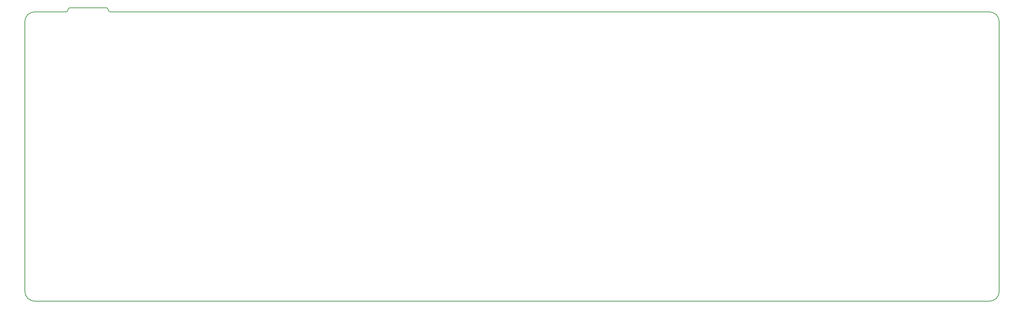
<source format=gbr>
%TF.GenerationSoftware,KiCad,Pcbnew,(5.1.11)-1*%
%TF.CreationDate,2022-08-16T19:25:20+07:00*%
%TF.ProjectId,Konpeko60,4b6f6e70-656b-46f3-9630-2e6b69636164,rev?*%
%TF.SameCoordinates,Original*%
%TF.FileFunction,Profile,NP*%
%FSLAX46Y46*%
G04 Gerber Fmt 4.6, Leading zero omitted, Abs format (unit mm)*
G04 Created by KiCad (PCBNEW (5.1.11)-1) date 2022-08-16 19:25:20*
%MOMM*%
%LPD*%
G01*
G04 APERTURE LIST*
%TA.AperFunction,Profile*%
%ADD10C,0.200000*%
%TD*%
G04 APERTURE END LIST*
D10*
X43156250Y-41384375D02*
G75*
G02*
X45656250Y-38884375I2499990J10D01*
G01*
X285356250Y-108484375D02*
G75*
G02*
X282856250Y-110984375I-2500020J20D01*
G01*
X45656250Y-110984375D02*
G75*
G02*
X43156250Y-108484375I10J2500010D01*
G01*
X53896250Y-38384375D02*
G75*
G02*
X53396250Y-38884375I-500010J10D01*
G01*
X63396250Y-37884375D02*
G75*
G02*
X63896250Y-38384375I10J-499990D01*
G01*
X285356250Y-108484375D02*
X285356249Y-41384364D01*
X45656250Y-110984375D02*
X282856250Y-110984375D01*
X282856248Y-38884375D02*
G75*
G02*
X285356249Y-41384364I-9J-2500010D01*
G01*
X53396250Y-38884375D02*
X45656250Y-38884375D01*
X53896251Y-38384374D02*
G75*
G02*
X54396250Y-37884375I499979J20D01*
G01*
X64396251Y-38884374D02*
G75*
G02*
X63896250Y-38384375I-11J499990D01*
G01*
X282856250Y-38884374D02*
X64396250Y-38884374D01*
X54396250Y-37884375D02*
X63396250Y-37884375D01*
X43156250Y-41384374D02*
X43156250Y-108484375D01*
M02*

</source>
